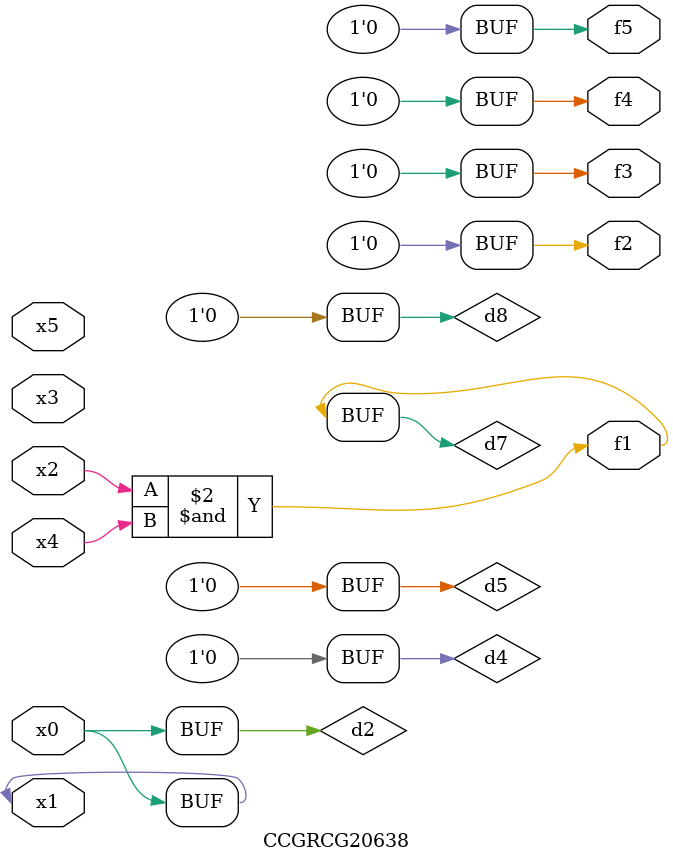
<source format=v>
module CCGRCG20638(
	input x0, x1, x2, x3, x4, x5,
	output f1, f2, f3, f4, f5
);

	wire d1, d2, d3, d4, d5, d6, d7, d8, d9;

	nand (d1, x1);
	buf (d2, x0, x1);
	nand (d3, x2, x4);
	and (d4, d1, d2);
	and (d5, d1, d2);
	nand (d6, d1, d3);
	not (d7, d3);
	xor (d8, d5);
	nor (d9, d5, d6);
	assign f1 = d7;
	assign f2 = d8;
	assign f3 = d8;
	assign f4 = d8;
	assign f5 = d8;
endmodule

</source>
